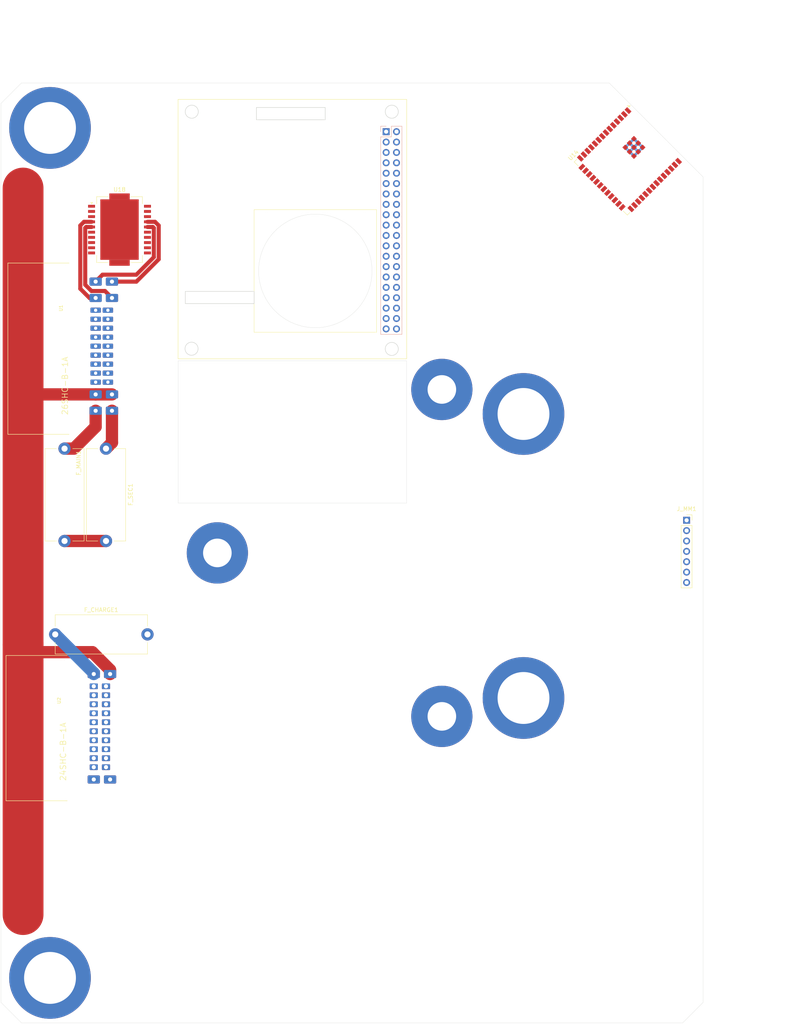
<source format=kicad_pcb>
(kicad_pcb (version 20241229) (generator "pcbnew") (generator_version "9.0")
  (layers (0 "F.Cu" signal) (2 "B.Cu" signal) (13 "F.Paste" user) (15 "B.Paste" user) (5 "F.SilkS" user "F.Silkscreen") (7 "B.SilkS" user "B.Silkscreen") (1 "F.Mask" user) (3 "B.Mask" user) (25 "Edge.Cuts" user))
  (net 0 "")
  (net 1 "GNDPWR")
  (net 2 "U_55")
  (net 3 "GNDD")
  (net 4 "Net-(U2-P$11)")
  (net 5 "GND")
  (net 6 "CAM_PCLK")
  (net 7 "VCC_STBY")
  (net 8 "Net-(U2-P$12)")
  (net 9 "UB")
  (net 10 "U_CHARGE")
  (net 11 "MM_N")
  (net 12 "MM_P")
  (net 13 "Net-(D19-A)")
  (net 14 "U5SW")
  (net 15 "MR_N")
  (net 16 "ML_N")
  (net 17 "ML_P")
  (net 18 "Net-(U2-P$1)")
  (net 19 "Net-(U1-P$25)")
  (net 20 "Net-(U1-P$26)")
  (net 51 "Net-(J_B1-Pin_1)")
  (net 52 "Net-(J_B2-Pin_1)")
  (net 53 "Net-(J_B3-Pin_1)")
  (net 54 "Net-(J_B4-Pin_1)")
  (net 55 "Net-(J_B5-Pin_1)")
  (net 56 "Net-(J_B6-Pin_1)")
  (net 57 "Net-(J_B7-Pin_1)")
  (net 58 "Net-(U1-P$22)")
  (net 59 "Net-(U1-P$21)")
  (net 60 "BUS_SCL")
  (net 61 "BUS_SDA")
  (net 62 "USB_DP")
  (net 63 "USB_DN")
  (net 64 "QENC_L_B")
  (net 65 "Net-(U14-SPIIO6{slash}GPIO35{slash}FSPID{slash}SUBSPID)")
  (net 66 "Net-(U14-SPIIO7{slash}GPIO36{slash}FSPICLK{slash}SUBSPICLK)")
  (net 67 "Net-(U14-SPIDQS{slash}GPIO37{slash}FSPIQ{slash}SUBSPIQ)")
  (net 68 "CAM_SDA")
  (net 69 "QENC_L_A")
  (net 70 "ESP32_BOOT")
  (net 71 "ESP32_RESET")
  (net 72 "QENC_R_B")
  (net 73 "QENC_R_A")
  (net 74 "Net-(JP12-A)")
  (net 75 "Net-(JP19-A)")
  (net 76 "Net-(JP18-A)")
  (net 77 "Net-(JP16-A)")
  (net 78 "MR_P")
  (net 79 "Net-(JP17-A)")
  (net 80 "Net-(JP14-A)")
  (net 81 "Net-(JP20-A)")
  (net 82 "Net-(JP13-A)")
  (net 83 "CONTACT_R")
  (net 84 "BUMPER_BACK")
  (net 85 "STOPSW_1")
  (net 86 "BUMPER_RIGHt")
  (net 87 "CONTACT_L")
  (net 88 "STOPSW_2")
  (net 89 "BUMPER_FRONT")
  (net 90 "BUMPER_LEFT")
  (net 91 "CAM_D0")
  (net 92 "COIL_ADC_L")
  (net 93 "GPS_TXD")
  (net 94 "UART_RXD")
  (net 95 "CAM_D4")
  (net 96 "CAM_D3")
  (net 97 "CAM_VREF")
  (net 98 "COIL_ADC_R")
  (net 99 "Net-(JP7-C)")
  (net 100 "M_L_ENC2")
  (net 101 "CAM_D7")
  (net 102 "CAM_HREF")
  (net 103 "CAM_XCLK")
  (net 104 "GPS_RXD")
  (net 105 "M_R_ENC1")
  (net 106 "CAM_D1")
  (net 107 "UART_TXD")
  (net 108 "M_R_A")
  (net 109 "CAM_D5")
  (net 110 "M_R_B")
  (net 111 "CAM_D6")
  (net 112 "M_L_ENC1")
  (net 113 "M_R_ENC2")
  (net 114 "CAM_D2")
  (net 115 "M_L_B")
  (net 116 "M_L_A")
  (net 117 "U_DRIVE")
  (net 118 "+3.3V")
  (net 119 "MM_PWM")
  (net 120 "MM_INA")
  (net 121 "Net-(J_MM1-Pin_4)")
  (net 122 "MM_INB")
  (net 123 "MM_EN")
  (net 124 "Net-(U18-SENSE_A)")
  (net 125 "Net-(U18-SENSE_B)")
  (net 126 "Net-(U18-EnB)")
  (net 127 "Net-(U18-IN4)")
  (net 128 "Net-(U18-IN3)")
  (net 129 "Net-(U18-EnA)")
  (net 130 "Net-(U18-IN2)")
  (net 131 "Net-(U18-IN1)")
  (net 132 "Net-(U1-P$23)")
  (footprint "Fuse:Fuseholder_Cylinder-5x20mm_Stelvio-Kontek_PTF78_Horizontal_Open" (layer "F.Cu") (at 45.72 109.48 -90)
    (property "Reference" "F_SEC1" (at 11.25 -6 90) (layer "F.SilkS"))
    (property "Value" "6A")
    (fp_line (start 0 4.8) (end 22.6 4.8) (stroke (width 0.12)) (layer "F.SilkS"))
    (fp_line (start 0 4.8) (end 0 2) (stroke (width 0.12)) (layer "F.SilkS"))
    (fp_line (start 22.6 4.8) (end 22.6 2) (stroke (width 0.12)) (layer "F.SilkS"))
    (fp_line (start 0 -2) (end 0 -4.8) (stroke (width 0.12)) (layer "F.SilkS"))
    (fp_line (start 22.6 -2) (end 22.6 -4.8) (stroke (width 0.12)) (layer "F.SilkS"))
    (fp_line (start 0 -4.8) (end 22.6 -4.8) (stroke (width 0.12)) (layer "F.SilkS"))
    (pad "1" thru_hole circle (at 0 0 270) (size 3 3) (drill 1.5) (layers "*.Cu" "*.Mask") (net 20 "Net-(U1-P$26)"))
    (pad "2" thru_hole circle (at 22.6 0 270) (size 3 3) (drill 1.5) (layers "*.Cu" "*.Mask") (net 9 "UB"))
  )
  (footprint "Fuse:Fuseholder_Cylinder-5x20mm_Stelvio-Kontek_PTF78_Horizontal_Open" (layer "F.Cu") (at 35.56 109.48 -90)
    (property "Reference" "F_MAIN1" (at 3.52 -3.44 90) (layer "F.SilkS"))
    (property "Value" "6A")
    (fp_line (start 0 4.8) (end 22.6 4.8) (stroke (width 0.12)) (layer "F.SilkS"))
    (fp_line (start 0 4.8) (end 0 2) (stroke (width 0.12)) (layer "F.SilkS"))
    (fp_line (start 22.6 4.8) (end 22.6 2) (stroke (width 0.12)) (layer "F.SilkS"))
    (fp_line (start 0 -2) (end 0 -4.8) (stroke (width 0.12)) (layer "F.SilkS"))
    (fp_line (start 22.6 -2) (end 22.6 -4.8) (stroke (width 0.12)) (layer "F.SilkS"))
    (fp_line (start 0 -4.8) (end 22.6 -4.8) (stroke (width 0.12)) (layer "F.SilkS"))
    (pad "1" thru_hole circle (at 0 0 270) (size 3 3) (drill 1.5) (layers "*.Cu" "*.Mask") (net 19 "Net-(U1-P$25)"))
    (pad "2" thru_hole circle (at 22.6 0 270) (size 3 3) (drill 1.5) (layers "*.Cu" "*.Mask") (net 9 "UB"))
  )
  (footprint "RF_Module:ESP32-S3-WROOM-2" (layer "F.Cu") (at 176.075965 36.667365 -45)
    (property "Reference" "U14" (at -10.5 13.5 45) (layer "F.SilkS") (effects (justify left)))
    (property "Value" "ESP32-S3-WROOM-2 (-1)")
    (fp_line (start -9.2 12.95) (end -9.2 12) (stroke (width 0.12)) (layer "F.SilkS"))
    (fp_line (start -7.8 12.95) (end -9.2 12.95) (stroke (width 0.12)) (layer "F.SilkS"))
    (fp_line (start 7.8 12.95) (end 9.2 12.95) (stroke (width 0.12)) (layer "F.SilkS"))
    (fp_line (start 9.2 12.95) (end 9.2 12) (stroke (width 0.12)) (layer "F.SilkS"))
    (fp_poly (pts (xy -9.2 -6) (xy -9.7 -6) (xy -9.199999 -6.5) (xy -9.2 -6)) (stroke (width 0.12)) (fill yes) (layer "F.SilkS"))
    (pad "1" smd rect (at -8.75 -5.26 315) (size 1.5 0.9) (layers "F.Cu" "F.Mask" "F.Paste") (net 5 "GND"))
    (pad "2" smd rect (at -8.75 -3.99 315) (size 1.5 0.9) (layers "F.Cu" "F.Mask" "F.Paste") (net 7 "VCC_STBY"))
    (pad "3" smd rect (at -8.75 -2.72 315) (size 1.5 0.9) (layers "F.Cu" "F.Mask" "F.Paste") (net 71 "ESP32_RESET"))
    (pad "4" smd rect (at -8.75 -1.45 315) (size 1.5 0.9) (layers "F.Cu" "F.Mask" "F.Paste") (net 68 "CAM_SDA"))
    (pad "5" smd rect (at -8.75 -0.18 315) (size 1.5 0.9) (layers "F.Cu" "F.Mask" "F.Paste") (net 92 "COIL_ADC_L"))
    (pad "6" smd rect (at -8.75 1.09 315) (size 1.5 0.9) (layers "F.Cu" "F.Mask" "F.Paste") (net 98 "COIL_ADC_R"))
    (pad "7" smd rect (at -8.75 2.36 315) (size 1.5 0.9) (layers "F.Cu" "F.Mask" "F.Paste") (net 116 "M_L_A"))
    (pad "8" smd rect (at -8.75 3.63 315) (size 1.5 0.9) (layers "F.Cu" "F.Mask" "F.Paste") (net 60 "BUS_SCL"))
    (pad "9" smd rect (at -8.75 4.9 315) (size 1.5 0.9) (layers "F.Cu" "F.Mask" "F.Paste") (net 61 "BUS_SDA"))
    (pad "10" smd rect (at -8.75 6.17 315) (size 1.5 0.9) (layers "F.Cu" "F.Mask" "F.Paste") (net 93 "GPS_TXD"))
    (pad "11" smd rect (at -8.75 7.44 315) (size 1.5 0.9) (layers "F.Cu" "F.Mask" "F.Paste") (net 104 "GPS_RXD"))
    (pad "12" smd rect (at -8.75 8.71 315) (size 1.5 0.9) (layers "F.Cu" "F.Mask" "F.Paste") (net 115 "M_L_B"))
    (pad "13" smd rect (at -8.75 9.98 315) (size 1.5 0.9) (layers "F.Cu" "F.Mask" "F.Paste") (net 63 "USB_DN"))
    (pad "14" smd rect (at -8.75 11.25 315) (size 1.5 0.9) (layers "F.Cu" "F.Mask" "F.Paste") (net 62 "USB_DP"))
    (pad "15" smd rect (at -6.985 12.5 45) (size 1.5 0.9) (layers "F.Cu" "F.Mask" "F.Paste") (net 99 "Net-(JP7-C)"))
    (pad "16" smd rect (at -5.715 12.5 45) (size 1.5 0.9) (layers "F.Cu" "F.Mask" "F.Paste") (net 103 "CAM_XCLK"))
    (pad "17" smd rect (at -4.445 12.5 45) (size 1.5 0.9) (layers "F.Cu" "F.Mask" "F.Paste") (net 112 "M_L_ENC1"))
    (pad "18" smd rect (at -3.175 12.5 45) (size 1.5 0.9) (layers "F.Cu" "F.Mask" "F.Paste") (net 100 "M_L_ENC2"))
    (pad "19" smd rect (at -1.905 12.5 45) (size 1.5 0.9) (layers "F.Cu" "F.Mask" "F.Paste") (net 108 "M_R_A"))
    (pad "20" smd rect (at -0.635 12.5 45) (size 1.5 0.9) (layers "F.Cu" "F.Mask" "F.Paste") (net 110 "M_R_B"))
    (pad "21" smd rect (at 0.635 12.5 45) (size 1.5 0.9) (layers "F.Cu" "F.Mask" "F.Paste") (net 105 "M_R_ENC1"))
    (pad "22" smd rect (at 1.905 12.5 45) (size 1.5 0.9) (layers "F.Cu" "F.Mask" "F.Paste") (net 113 "M_R_ENC2"))
    (pad "23" smd rect (at 3.175 12.5 45) (size 1.5 0.9) (layers "F.Cu" "F.Mask" "F.Paste") (net 91 "CAM_D0"))
    (pad "24" smd rect (at 4.445 12.5 45) (size 1.5 0.9) (layers "F.Cu" "F.Mask" "F.Paste") (net 97 "CAM_VREF"))
    (pad "25" smd rect (at 5.715 12.5 45) (size 1.5 0.9) (layers "F.Cu" "F.Mask" "F.Paste") (net 102 "CAM_HREF"))
    (pad "26" smd rect (at 6.985 12.5 45) (size 1.5 0.9) (layers "F.Cu" "F.Mask" "F.Paste") (net 6 "CAM_PCLK"))
    (pad "27" smd rect (at 8.75 11.25 315) (size 1.5 0.9) (layers "F.Cu" "F.Mask" "F.Paste") (net 70 "ESP32_BOOT"))
    (pad "28" smd rect (at 8.75 9.98 315) (size 1.5 0.9) (layers "F.Cu" "F.Mask" "F.Paste") (net 65 "Net-(U14-SPIIO6{slash}GPIO35{slash}FSPID{slash}SUBSPID)"))
    (pad "29" smd rect (at 8.75 8.71 315) (size 1.5 0.9) (layers "F.Cu" "F.Mask" "F.Paste") (net 66 "Net-(U14-SPIIO7{slash}GPIO36{slash}FSPICLK{slash}SUBSPICLK)"))
    (pad "30" smd rect (at 8.75 7.44 315) (size 1.5 0.9) (layers "F.Cu" "F.Mask" "F.Paste") (net 67 "Net-(U14-SPIDQS{slash}GPIO37{slash}FSPIQ{slash}SUBSPIQ)"))
    (pad "31" smd rect (at 8.75 6.17 315) (size 1.5 0.9) (layers "F.Cu" "F.Mask" "F.Paste") (net 101 "CAM_D7"))
    (pad "32" smd rect (at 8.75 4.9 315) (size 1.5 0.9) (layers "F.Cu" "F.Mask" "F.Paste") (net 111 "CAM_D6"))
    (pad "33" smd rect (at 8.75 3.63 315) (size 1.5 0.9) (layers "F.Cu" "F.Mask" "F.Paste") (net 109 "CAM_D5"))
    (pad "34" smd rect (at 8.75 2.36 315) (size 1.5 0.9) (layers "F.Cu" "F.Mask" "F.Paste") (net 95 "CAM_D4"))
    (pad "35" smd rect (at 8.75 1.09 315) (size 1.5 0.9) (layers "F.Cu" "F.Mask" "F.Paste") (net 96 "CAM_D3"))
    (pad "36" smd rect (at 8.75 -0.18 315) (size 1.5 0.9) (layers "F.Cu" "F.Mask" "F.Paste") (net 94 "UART_RXD"))
    (pad "37" smd rect (at 8.75 -1.45 315) (size 1.5 0.9) (layers "F.Cu" "F.Mask" "F.Paste") (net 107 "UART_TXD"))
    (pad "38" smd rect (at 8.75 -2.72 315) (size 1.5 0.9) (layers "F.Cu" "F.Mask" "F.Paste") (net 114 "CAM_D2"))
    (pad "39" smd rect (at 8.75 -3.99 315) (size 1.5 0.9) (layers "F.Cu" "F.Mask" "F.Paste") (net 106 "CAM_D1"))
    (pad "40" smd rect (at 8.75 -5.26 315) (size 1.5 0.9) (layers "F.Cu" "F.Mask" "F.Paste") (net 5 "GND"))
    (pad "41" smd rect (at -2.86 -1.41 315) (size 1 1) (property pad_prop_heatsink) (layers "F.Cu" "F.Mask" "F.Paste") (net 5 "GND"))
    (pad "41" thru_hole circle (at -2.86 -0.66 315) (size 0.6 0.6) (drill 0.2) (property pad_prop_heatsink) (layers "*.Cu" "*.Mask") (net 5 "GND"))
    (pad "41" smd rect (at -2.86 0.09 315) (size 1 1) (property pad_prop_heatsink) (layers "F.Cu" "F.Mask" "F.Paste") (net 5 "GND"))
    (pad "41" thru_hole circle (at -2.86 0.84 315) (size 0.6 0.6) (drill 0.2) (property pad_prop_heatsink) (layers "*.Cu" "*.Mask") (net 5 "GND"))
    (pad "41" smd rect (at -2.86 1.59 315) (size 1 1) (property pad_prop_heatsink) (layers "F.Cu" "F.Mask" "F.Paste") (net 5 "GND"))
    (pad "41" thru_hole circle (at -2.11 -1.41 315) (size 0.6 0.6) (drill 0.2) (property pad_prop_heatsink) (layers "*.Cu" "*.Mask") (net 5 "GND"))
    (pad "41" thru_hole circle (at -2.11 0.09 315) (size 0.6 0.6) (drill 0.2) (property pad_prop_heatsink) (layers "*.Cu" "*.Mask") (net 5 "GND"))
    (pad "41" thru_hole circle (at -2.11 1.59 315) (size 0.6 0.6) (drill 0.2) (property pad_prop_heatsink) (layers "*.Cu" "*.Mask") (net 5 "GND"))
    (pad "41" smd rect (at -1.36 -1.41 315) (size 1 1) (property pad_prop_heatsink) (layers "F.Cu" "F.Mask" "F.Paste") (net 5 "GND"))
    (pad "41" thru_hole circle (at -1.36 -0.66 315) (size 0.6 0.6) (drill 0.2) (property pad_prop_heatsink) (layers "*.Cu" "*.Mask") (net 5 "GND"))
    (pad "41" smd rect (at -1.36 0.09 315) (size 1 1) (property pad_prop_heatsink) (layers "F.Cu" "F.Mask" "F.Paste") (net 5 "GND"))
    (pad "41" thru_hole circle (at -1.36 0.84 315) (size 0.6 0.6) (drill 0.2) (property pad_prop_heatsink) (layers "*.Cu" "*.Mask") (net 5 "GND"))
    (pad "41" smd rect (at -1.36 1.59 315) (size 1 1) (property pad_prop_heatsink) (layers "F.Cu" "F.Mask" "F.Paste") (net 5 "GND"))
    (pad "41" thru_hole circle (at -0.610001 -1.41 315) (size 0.6 0.6) (drill 0.2) (property pad_prop_heatsink) (layers "*.Cu" "*.Mask") (net 5 "GND"))
    (pad "41" thru_hole circle (at -0.610001 0.09 315) (size 0.6 0.6) (drill 0.2) (property pad_prop_heatsink) (layers "*.Cu" "*.Mask") (net 5 "GND"))
    (pad "41" thru_hole circle (at -0.61 1.59 315) (size 0.6 0.6) (drill 0.2) (property pad_prop_heatsink) (layers "*.Cu" "*.Mask") (net 5 "GND"))
    (pad "41" thru_hole circle (at 0.139999 -0.66 315) (size 0.6 0.6) (drill 0.2) (property pad_prop_heatsink) (layers "*.Cu" "*.Mask") (net 5 "GND"))
    (pad "41" smd rect (at 0.14 -1.410001 315) (size 1 1) (property pad_prop_heatsink) (layers "F.Cu" "F.Mask" "F.Paste") (net 5 "GND"))
    (pad "41" smd rect (at 0.14 0.090001 315) (size 1 1) (property pad_prop_heatsink) (layers "F.Cu" "F.Mask" "F.Paste") (net 5 "GND"))
    (pad "41" thru_hole circle (at 0.14 0.84 315) (size 0.6 0.6) (drill 0.2) (property pad_prop_heatsink) (layers "*.Cu" "*.Mask") (net 5 "GND"))
    (pad "41" smd rect (at 0.14 1.59 315) (size 1 1) (property pad_prop_heatsink) (layers "F.Cu" "F.Mask" "F.Paste") (net 5 "GND"))
  )
  (footprint "MountingHole:MountingHole_3.2mm_M3" (layer "F.Cu") (at 109 78)
    (property "Reference" "REF**" (hide yes))
    (property "Value" "MountingHole_3.2mm_M3" (hide yes))
    (pad "" np_thru_hole circle (at 0 0) (size 3.2 3.2) (drill 3.2) (layers "*.Cu" "*.Mask"))
  )
  (footprint "MountingHole:MountingHole_3.2mm_M3" (layer "F.Cu") (at 85 54)
    (property "Reference" "REF**" (hide yes))
    (property "Value" "MountingHole_3.2mm_M3" (hide yes))
    (pad "" np_thru_hole circle (at 0 0) (size 3.2 3.2) (drill 3.2) (layers "*.Cu" "*.Mask"))
  )
  (footprint "Indego:MainPCB" (layer "F.Cu") (at 106 135 -90)
    (property "Reference" "REF**" (hide yes))
    (property "Value" "MainPCB" (hide yes))
    (fp_line (start -110 86) (end -115 81) (stroke (width 0.05)) (layer "Edge.Cuts"))
    (fp_line (start 110 86) (end -110 86) (stroke (width 0.05)) (layer "Edge.Cuts"))
    (fp_line (start -115 81) (end -115 -31) (stroke (width 0.05)) (layer "Edge.Cuts"))
    (fp_line (start 115 81) (end 110 86) (stroke (width 0.05)) (layer "Edge.Cuts"))
    (fp_line (start -115 -31) (end -115 -49) (stroke (width 0.05)) (layer "Edge.Cuts"))
    (fp_line (start -115 -63) (end -115 -49) (stroke (width 0.05)) (layer "Edge.Cuts"))
    (fp_line (start 115 -81) (end 115 81) (stroke (width 0.05)) (layer "Edge.Cuts"))
    (fp_line (start -92 -86) (end -115 -63) (stroke (width 0.05)) (layer "Edge.Cuts"))
    (fp_line (start -92 -86) (end -88 -86) (stroke (width 0.05)) (layer "Edge.Cuts"))
    (fp_line (start -88 -86) (end 110 -86) (stroke (width 0.05)) (layer "Edge.Cuts"))
    (fp_line (start 110 -86) (end 115 -81) (stroke (width 0.05)) (layer "Edge.Cuts"))
    (pad "" np_thru_hole circle (at -104 74 90) (size 20 20) (drill 12.7) (layers "*.Cu"))
    (pad "" np_thru_hole circle (at -40 -22 90) (size 15 15) (drill 7) (layers "*.Cu" "*.Mask"))
    (pad "" np_thru_hole circle (at -34 -42 90) (size 20 20) (drill 12.7) (layers "*.Cu" "*.Mask"))
    (pad "" np_thru_hole circle (at 0 33 90) (size 15 15) (drill 7) (layers "*.Cu" "*.Mask"))
    (pad "" np_thru_hole circle (at 35.5 -42 90) (size 20 20) (drill 12.7) (layers "*.Cu" "*.Mask"))
    (pad "" np_thru_hole circle (at 40 -22 90) (size 15 15) (drill 7) (layers "*.Cu" "*.Mask"))
    (pad "" np_thru_hole circle (at 104 74 90) (size 20 20) (drill 12.7) (layers "*.Cu" "*.Mask"))
  )
  (footprint "Connector_PinSocket_2.54mm:PinSocket_1x07_P2.54mm_Vertical" (layer "F.Cu") (at 187.96 127)
    (property "Reference" "J_MM1" (at 0 -2.77 0) (layer "F.SilkS"))
    (property "Value" "~")
    (fp_line (start -1.33 1.27) (end -1.33 16.57) (stroke (width 0.12)) (layer "F.SilkS"))
    (fp_line (start -1.33 1.27) (end 1.33 1.27) (stroke (width 0.12)) (layer "F.SilkS"))
    (fp_line (start -1.33 16.57) (end 1.33 16.57) (stroke (width 0.12)) (layer "F.SilkS"))
    (fp_line (start 0 -1.33) (end 1.33 -1.33) (stroke (width 0.12)) (layer "F.SilkS"))
    (fp_line (start 1.33 -1.33) (end 1.33 0) (stroke (width 0.12)) (layer "F.SilkS"))
    (fp_line (start 1.33 1.27) (end 1.33 16.57) (stroke (width 0.12)) (layer "F.SilkS"))
    (pad "1" thru_hole rect (at 0 0) (size 1.7 1.7) (drill 1) (layers "*.Cu" "*.Mask") (net 119 "MM_PWM"))
    (pad "2" thru_hole circle (at 0 2.54) (size 1.7 1.7) (drill 1) (layers "*.Cu" "*.Mask") (net 122 "MM_INB"))
    (pad "3" thru_hole circle (at 0 5.08) (size 1.7 1.7) (drill 1) (layers "*.Cu" "*.Mask") (net 120 "MM_INA"))
    (pad "4" thru_hole circle (at 0 7.62) (size 1.7 1.7) (drill 1) (layers "*.Cu" "*.Mask") (net 121 "Net-(J_MM1-Pin_4)"))
    (pad "5" thru_hole circle (at 0 10.16) (size 1.7 1.7) (drill 1) (layers "*.Cu" "*.Mask") (net 123 "MM_EN"))
    (pad "6" thru_hole circle (at 0 12.7) (size 1.7 1.7) (drill 1) (layers "*.Cu" "*.Mask") (net 3 "GNDD"))
    (pad "7" thru_hole circle (at 0 15.24) (size 1.7 1.7) (drill 1) (layers "*.Cu" "*.Mask") (net 118 "+3.3V"))
  )
  (footprint "MountingHole:MountingHole_3.2mm_M3" (layer "F.Cu") (at 85 78)
    (property "Reference" "REF**" (hide yes))
    (property "Value" "MountingHole_3.2mm_M3" (hide yes))
    (pad "" np_thru_hole circle (at 0 0) (size 3.2 3.2) (drill 3.2) (layers "*.Cu" "*.Mask"))
  )
  (footprint "24SHC-B-1A:24SHC-B-1A" (layer "F.Cu") (at 36.22 162.64 90)
    (property "Reference" "U2" (at -8.5 -2 90) (layer "F.SilkS") (effects (font (size 0.787402 0.787402))))
    (property "Value" "24SHC-B-1A")
    (fp_line (start 2.54 -15) (end 2.54 0) (stroke (width 0.127)) (layer "F.SilkS"))
    (fp_line (start -33.02 -15) (end 2.54 -15) (stroke (width 0.127)) (layer "F.SilkS"))
    (fp_line (start -33.02 0) (end -33.02 -15) (stroke (width 0.127)) (layer "F.SilkS"))
    (fp_text user "24SHC-B-1A" (at -21 -1 90) (layer "F.SilkS") (effects (font (size 1.4 1.4))))
    (pad "" np_thru_hole circle (at -29.8 0 90) (size 3.2 3.2) (drill 3.2) (layers "*.Cu" "*.Mask"))
    (pad "" np_thru_hole circle (at 0 0 90) (size 3.2 3.2) (drill 3.2) (layers "*.Cu" "*.Mask"))
    (pad "P$2" thru_hole roundrect (at -2 6.5 90) (size 2 3) (drill 1) (layers "*.Cu" "*.Mask") (roundrect_rratio 0.1388888889) (net 18 "Net-(U2-P$1)"))
    (pad "P$3" thru_hole roundrect (at -2 10.5 90) (size 2 3) (drill 1) (layers "*.Cu" "*.Mask") (roundrect_rratio 0.1388888889) (net 1 "GNDPWR"))
    (pad "P$4" thru_hole roundrect (at -5 6.5 90) (size 1.4 2) (drill 1) (layers "*.Cu" "*.Mask") (roundrect_rratio 0.1388888889) (net 13 "Net-(D19-A)"))
    (pad "P$5" thru_hole roundrect (at -5 9.5 90) (size 1.4 2) (drill 1) (layers "*.Cu" "*.Mask") (roundrect_rratio 0.1388888889) (net 51 "Net-(J_B1-Pin_1)"))
    (pad "P$6" thru_hole roundrect (at -7.2 6.5 90) (size 1.4 2) (drill 1) (layers "*.Cu" "*.Mask") (roundrect_rratio 0.1388888889) (net 84 "BUMPER_BACK"))
    (pad "P$7" thru_hole roundrect (at -7.2 9.5 90) (size 1.4 2) (drill 1) (layers "*.Cu" "*.Mask") (roundrect_rratio 0.1388888889) (net 90 "BUMPER_LEFT"))
    (pad "P$8" thru_hole roundrect (at -9.4 6.5 90) (size 1.4 2) (drill 1) (layers "*.Cu" "*.Mask") (roundrect_rratio 0.1388888889) (net 89 "BUMPER_FRONT"))
    (pad "P$9" thru_hole roundrect (at -9.4 9.5 90) (size 1.4 2) (drill 1) (layers "*.Cu" "*.Mask") (roundrect_rratio 0.1388888889) (net 86 "BUMPER_RIGHt"))
    (pad "P$10" thru_hole roundrect (at -11.6 6.5 90) (size 1.4 2) (drill 1) (layers "*.Cu" "*.Mask") (roundrect_rratio 0.1388888889) (net 52 "Net-(J_B2-Pin_1)"))
    (pad "P$11" thru_hole roundrect (at -11.6 9.5 90) (size 1.4 2) (drill 1) (layers "*.Cu" "*.Mask") (roundrect_rratio 0.1388888889) (net 53 "Net-(J_B3-Pin_1)"))
    (pad "P$12" thru_hole roundrect (at -13.8 6.5 90) (size 1.4 2) (drill 1) (layers "*.Cu" "*.Mask") (roundrect_rratio 0.1388888889) (net 4 "Net-(U2-P$11)"))
    (pad "P$13" thru_hole roundrect (at -13.8 9.5 90) (size 1.4 2) (drill 1) (layers "*.Cu" "*.Mask") (roundrect_rratio 0.1388888889) (net 8 "Net-(U2-P$12)"))
    (pad "P$14" thru_hole roundrect (at -16 6.5 90) (size 1.4 2) (drill 1) (layers "*.Cu" "*.Mask") (roundrect_rratio 0.1388888889) (net 54 "Net-(J_B4-Pin_1)"))
    (pad "P$15" thru_hole roundrect (at -16 9.5 90) (size 1.4 2) (drill 1) (layers "*.Cu" "*.Mask") (roundrect_rratio 0.1388888889) (net 55 "Net-(J_B5-Pin_1)"))
    (pad "P$16" thru_hole roundrect (at -18.2 6.5 90) (size 1.4 2) (drill 1) (layers "*.Cu" "*.Mask") (roundrect_rratio 0.1388888889) (net 87 "CONTACT_L"))
    (pad "P$17" thru_hole roundrect (at -18.2 9.5 90) (size 1.4 2) (drill 1) (layers "*.Cu" "*.Mask") (roundrect_rratio 0.1388888889) (net 83 "CONTACT_R"))
    (pad "P$18" thru_hole roundrect (at -20.4 6.5 90) (size 1.4 2) (drill 1) (layers "*.Cu" "*.Mask") (roundrect_rratio 0.1388888889) (net 85 "STOPSW_1"))
    (pad "P$19" thru_hole roundrect (at -20.4 9.5 90) (size 1.4 2) (drill 1) (layers "*.Cu" "*.Mask") (roundrect_rratio 0.1388888889) (net 88 "STOPSW_2"))
    (pad "P$20" thru_hole roundrect (at -22.6 6.5 90) (size 1.4 2) (drill 1) (layers "*.Cu" "*.Mask") (roundrect_rratio 0.1388888889) (net 14 "U5SW"))
    (pad "P$21" thru_hole roundrect (at -22.6 9.5 90) (size 1.4 2) (drill 1) (layers "*.Cu" "*.Mask") (roundrect_rratio 0.1388888889) (net 3 "GNDD"))
    (pad "P$22" thru_hole roundrect (at -24.8 6.5 90) (size 1.4 2) (drill 1) (layers "*.Cu" "*.Mask") (roundrect_rratio 0.1388888889) (net 56 "Net-(J_B6-Pin_1)"))
    (pad "P$23" thru_hole roundrect (at -24.8 9.5 90) (size 1.4 2) (drill 1) (layers "*.Cu" "*.Mask") (roundrect_rratio 0.1388888889) (net 57 "Net-(J_B7-Pin_1)"))
    (pad "P$24" thru_hole roundrect (at -27.8 6.5 90) (size 2 3) (drill 1) (layers "*.Cu" "*.Mask") (roundrect_rratio 0.1388888889) (net 12 "MM_P"))
    (pad "P$25" thru_hole roundrect (at -27.8 10.5 90) (size 2 3) (drill 1) (layers "*.Cu" "*.Mask") (roundrect_rratio 0.1388888889) (net 11 "MM_N"))
  )
  (footprint "Package_SO:HSOP-20-1EP_11.0x15.9mm_P1.27mm_SlugDown" (layer "F.Cu") (at 49.03 55.88)
    (property "Reference" "U18" (at 0 -9.8 0) (layer "F.SilkS"))
    (property "Value" "L298P")
    (fp_line (start -5.6 -8.05) (end -5.6 -6.3) (stroke (width 0.12)) (layer "F.SilkS"))
    (fp_line (start -5.6 8.05) (end -5.6 6.3) (stroke (width 0.12)) (layer "F.SilkS"))
    (fp_line (start -2.75 -8.05) (end -5.6 -8.05) (stroke (width 0.12)) (layer "F.SilkS"))
    (fp_line (start -2.75 8.05) (end -5.6 8.05) (stroke (width 0.12)) (layer "F.SilkS"))
    (fp_line (start 5.6 -8.05) (end 2.75 -8.05) (stroke (width 0.12)) (layer "F.SilkS"))
    (fp_line (start 5.6 -8.05) (end 5.6 -6.3) (stroke (width 0.12)) (layer "F.SilkS"))
    (fp_line (start 5.6 8.05) (end 2.75 8.05) (stroke (width 0.12)) (layer "F.SilkS"))
    (fp_line (start 5.6 8.05) (end 5.6 6.3) (stroke (width 0.12)) (layer "F.SilkS"))
    (fp_poly (pts (xy -6.825 -6.3) (xy -7.065 -6.63) (xy -6.585 -6.63) (xy -6.825 -6.3)) (stroke (width 0.12)) (fill yes) (layer "F.SilkS"))
    (pad "1" smd rect (at -6.85 -5.715) (size 1.7 0.7) (layers "F.Cu" "F.Mask" "F.Paste") (net 1 "GNDPWR"))
    (pad "2" smd rect (at -6.85 -4.445) (size 1.7 0.7) (layers "F.Cu" "F.Mask" "F.Paste") (net 124 "Net-(U18-SENSE_A)"))
    (pad "3" smd rect (at -6.85 -3.175) (size 1.7 0.7) (layers "F.Cu" "F.Mask" "F.Paste"))
    (pad "4" smd rect (at -6.85 -1.905) (size 1.7 0.7) (layers "F.Cu" "F.Mask" "F.Paste") (net 17 "ML_P"))
    (pad "5" smd rect (at -6.85 -0.635) (size 1.7 0.7) (layers "F.Cu" "F.Mask" "F.Paste") (net 16 "ML_N"))
    (pad "6" smd rect (at -6.85 0.635) (size 1.7 0.7) (layers "F.Cu" "F.Mask" "F.Paste") (net 117 "U_DRIVE"))
    (pad "7" smd rect (at -6.85 1.905) (size 1.7 0.7) (layers "F.Cu" "F.Mask" "F.Paste") (net 131 "Net-(U18-IN1)"))
    (pad "8" smd rect (at -6.85 3.175) (size 1.7 0.7) (layers "F.Cu" "F.Mask" "F.Paste") (net 129 "Net-(U18-EnA)"))
    (pad "9" smd rect (at -6.85 4.445) (size 1.7 0.7) (layers "F.Cu" "F.Mask" "F.Paste") (net 130 "Net-(U18-IN2)"))
    (pad "10" smd rect (at -6.85 5.715) (size 1.7 0.7) (layers "F.Cu" "F.Mask" "F.Paste") (net 1 "GNDPWR"))
    (pad "11" smd rect (at 6.85 5.715) (size 1.7 0.7) (layers "F.Cu" "F.Mask" "F.Paste") (net 1 "GNDPWR"))
    (pad "12" smd rect (at 6.85 4.445) (size 1.7 0.7) (layers "F.Cu" "F.Mask" "F.Paste") (net 118 "+3.3V"))
    (pad "13" smd rect (at 6.85 3.175) (size 1.7 0.7) (layers "F.Cu" "F.Mask" "F.Paste") (net 128 "Net-(U18-IN3)"))
    (pad "14" smd rect (at 6.85 1.905) (size 1.7 0.7) (layers "F.Cu" "F.Mask" "F.Paste") (net 126 "Net-(U18-EnB)"))
    (pad "15" smd rect (at 6.85 0.635) (size 1.7 0.7) (layers "F.Cu" "F.Mask" "F.Paste") (net 127 "Net-(U18-IN4)"))
    (pad "16" smd rect (at 6.85 -0.635) (size 1.7 0.7) (layers "F.Cu" "F.Mask" "F.Paste") (net 78 "MR_P"))
    (pad "17" smd rect (at 6.85 -1.905) (size 1.7 0.7) (layers "F.Cu" "F.Mask" "F.Paste") (net 15 "MR_N"))
    (pad "18" smd rect (at 6.85 -3.175) (size 1.7 0.7) (layers "F.Cu" "F.Mask" "F.Paste"))
    (pad "19" smd rect (at 6.85 -4.445) (size 1.7 0.7) (layers "F.Cu" "F.Mask" "F.Paste") (net 125 "Net-(U18-SENSE_B)"))
    (pad "20" smd rect (at 6.85 -5.715) (size 1.7 0.7) (layers "F.Cu" "F.Mask" "F.Paste") (net 1 "GNDPWR"))
    (pad "21" smd rect (at 0 -8.125) (size 5 1.45) (layers "F.Cu" "F.Mask" "F.Paste"))
    (pad "21" smd rect (at 0 0) (size 9.4 14.8) (layers "F.Cu" "F.Mask" "F.Paste"))
    (pad "21" smd rect (at 0 8.125) (size 5 1.45) (layers "F.Cu" "F.Mask" "F.Paste"))
  )
  (footprint "Fuse:Fuseholder_Cylinder-5x20mm_Stelvio-Kontek_PTF78_Horizontal_Open" (layer "F.Cu") (at 33.28 154.94)
    (property "Reference" "F_CHARGE1" (at 11.25 -6 0) (layer "F.SilkS"))
    (property "Value" "4A")
    (fp_line (start 0 -4.8) (end 22.6 -4.8) (stroke (width 0.12)) (layer "F.SilkS"))
    (fp_line (start 0 -2) (end 0 -4.8) (stroke (width 0.12)) (layer "F.SilkS"))
    (fp_line (start 0 4.8) (end 0 2) (stroke (width 0.12)) (layer "F.SilkS"))
    (fp_line (start 0 4.8) (end 22.6 4.8) (stroke (width 0.12)) (layer "F.SilkS"))
    (fp_line (start 22.6 -2) (end 22.6 -4.8) (stroke (width 0.12)) (layer "F.SilkS"))
    (fp_line (start 22.6 4.8) (end 22.6 2) (stroke (width 0.12)) (layer "F.SilkS"))
    (pad "1" thru_hole circle (at 0 0) (size 3 3) (drill 1.5) (layers "*.Cu" "*.Mask") (net 18 "Net-(U2-P$1)"))
    (pad "2" thru_hole circle (at 22.6 0) (size 3 3) (drill 1.5) (layers "*.Cu" "*.Mask") (net 10 "U_CHARGE"))
  )
  (footprint "26SHC-B-1A:26SHC-B-1A" (layer "F.Cu") (at 36.68 66.61 90)
    (property "Reference" "U1" (at -8.5 -2 90) (layer "F.SilkS") (effects (font (size 0.787402 0.787402))))
    (property "Value" "26SHC-B-1A")
    (fp_line (start 2.54 -15) (end 2.54 0) (stroke (width 0.127)) (layer "F.SilkS"))
    (fp_line (start -39.37 -15) (end 2.54 -15) (stroke (width 0.127)) (layer "F.SilkS"))
    (fp_line (start -39.37 0) (end -39.37 -15) (stroke (width 0.127)) (layer "F.SilkS"))
    (fp_text user "26SHC-B-1A" (at -27.5 -1 90) (layer "F.SilkS") (effects (font (size 1.4 1.4))))
    (pad "" np_thru_hole circle (at -36.6 0 90) (size 3.2 3.2) (drill 3.2) (layers "*.Cu" "*.Mask"))
    (pad "" np_thru_hole circle (at 0 0 90) (size 3.2 3.2) (drill 3.2) (layers "*.Cu" "*.Mask"))
    (pad "P$2" thru_hole roundrect (at -2 6.5 270) (size 2 3) (drill 1) (layers "*.Cu" "*.Mask") (roundrect_rratio 0.15) (net 78 "MR_P"))
    (pad "P$3" thru_hole roundrect (at -2 10.5 270) (size 2 3) (drill 1) (layers "*.Cu" "*.Mask") (roundrect_rratio 0.15) (net 15 "MR_N"))
    (pad "P$4" thru_hole roundrect (at -6 6.5 270) (size 2 3) (drill 1) (layers "*.Cu" "*.Mask") (roundrect_rratio 0.15) (net 17 "ML_P"))
    (pad "P$5" thru_hole roundrect (at -6 10.5 270) (size 2 3) (drill 1) (layers "*.Cu" "*.Mask") (roundrect_rratio 0.15) (net 16 "ML_N"))
    (pad "P$6" thru_hole roundrect (at -9 6.5 180) (size 2.54 1.27) (drill 0.8) (layers "*.Cu" "*.Mask") (roundrect_rratio 0.15) (net 81 "Net-(JP20-A)"))
    (pad "P$7" thru_hole roundrect (at -9 9.5 180) (size 2.54 1.27) (drill 0.8) (layers "*.Cu" "*.Mask") (roundrect_rratio 0.15) (net 75 "Net-(JP19-A)"))
    (pad "P$8" thru_hole roundrect (at -11.2 6.5 180) (size 2.54 1.27) (drill 0.8) (layers "*.Cu" "*.Mask") (roundrect_rratio 0.15) (net 3 "GNDD"))
    (pad "P$9" thru_hole roundrect (at -11.2 9.5 180) (size 2.54 1.27) (drill 0.8) (layers "*.Cu" "*.Mask") (roundrect_rratio 0.15) (net 14 "U5SW"))
    (pad "P$10" thru_hole roundrect (at -13.4 6.5 180) (size 2.54 1.27) (drill 0.8) (layers "*.Cu" "*.Mask") (roundrect_rratio 0.15) (net 73 "QENC_R_A"))
    (pad "P$11" thru_hole roundrect (at -13.4 9.5 180) (size 2.54 1.27) (drill 0.8) (layers "*.Cu" "*.Mask") (roundrect_rratio 0.15) (net 72 "QENC_R_B"))
    (pad "P$12" thru_hole roundrect (at -15.6 6.5 180) (size 2.54 1.27) (drill 0.8) (layers "*.Cu" "*.Mask") (roundrect_rratio 0.15) (net 69 "QENC_L_A"))
    (pad "P$13" thru_hole roundrect (at -15.6 9.5 180) (size 2.54 1.27) (drill 0.8) (layers "*.Cu" "*.Mask") (roundrect_rratio 0.15) (net 64 "QENC_L_B"))
    (pad "P$14" thru_hole roundrect (at -17.8 6.5 180) (size 2.54 1.27) (drill 0.8) (layers "*.Cu" "*.Mask") (roundrect_rratio 0.15) (net 3 "GNDD"))
    (pad "P$15" thru_hole roundrect (at -17.8 9.5 180) (size 2.54 1.27) (drill 0.8) (layers "*.Cu" "*.Mask") (roundrect_rratio 0.15) (net 14 "U5SW"))
    (pad "P$16" thru_hole roundrect (at -20 6.5 180) (size 2.54 1.27) (drill 0.8) (layers "*.Cu" "*.Mask") (roundrect_rratio 0.15) (net 74 "Net-(JP12-A)"))
    (pad "P$17" thru_hole roundrect (at -20 9.5 180) (size 2.54 1.27) (drill 0.8) (layers "*.Cu" "*.Mask") (roundrect_rratio 0.15) (net 82 "Net-(JP13-A)"))
    (pad "P$18" thru_hole roundrect (at -22.2 6.5 180) (size 2.54 1.27) (drill 0.8) (layers "*.Cu" "*.Mask") (roundrect_rratio 0.15) (net 80 "Net-(JP14-A)"))
    (pad "P$19" thru_hole roundrect (at -22.2 9.5 180) (size 2.54 1.27) (drill 0.8) (layers "*.Cu" "*.Mask") (roundrect_rratio 0.15) (net 77 "Net-(JP16-A)"))
    (pad "P$20" thru_hole roundrect (at -24.4 6.5 180) (size 2.54 1.27) (drill 0.8) (layers "*.Cu" "*.Mask") (roundrect_rratio 0.15) (net 79 "Net-(JP17-A)"))
    (pad "P$21" thru_hole roundrect (at -24.4 9.5 180) (size 2.54 1.27) (drill 0.8) (layers "*.Cu" "*.Mask") (roundrect_rratio 0.15) (net 76 "Net-(JP18-A)"))
    (pad "P$22" thru_hole roundrect (at -26.6 6.5 180) (size 2.54 1.27) (drill 0.8) (layers "*.Cu" "*.Mask") (roundrect_rratio 0.15) (net 59 "Net-(U1-P$21)"))
    (pad "P$23" thru_hole roundrect (at -26.6 9.5 180) (size 2.54 1.27) (drill 0.8) (layers "*.Cu" "*.Mask") (roundrect_rratio 0.15) (net 58 "Net-(U1-P$22)"))
    (pad "P$24" thru_hole roundrect (at -29.6 6.5 270) (size 2 3) (drill 1) (layers "*.Cu" "*.Mask") (roundrect_rratio 0.15) (net 132 "Net-(U1-P$23)"))
    (pad "P$25" thru_hole roundrect (at -29.6 10.5 270) (size 2 3) (drill 1) (layers "*.Cu" "*.Mask") (roundrect_rratio 0.15) (net 132 "Net-(U1-P$23)"))
    (pad "P$26" thru_hole roundrect (at -33.6 6.5 270) (size 2 3) (drill 1) (layers "*.Cu" "*.Mask") (roundrect_rratio 0.15) (net 19 "Net-(U1-P$25)"))
    (pad "P$27" thru_hole roundrect (at -33.6 10.5 270) (size 2 3) (drill 1) (layers "*.Cu" "*.Mask") (roundrect_rratio 0.15) (net 20 "Net-(U1-P$26)"))
  )
  (footprint "MountingHole:MountingHole_3.2mm_M3" (layer "F.Cu") (at 109 54)
    (property "Reference" "REF**" (hide yes))
    (property "Value" "MountingHole_3.2mm_M3" (hide yes))
    (pad "" np_thru_hole circle (at 0 0) (size 3.2 3.2) (drill 3.2) (layers "*.Cu" "*.Mask"))
  )
  (footprint "Connector_PinSocket_2.54mm:PinSocket_2x20_P2.54mm_Vertical" (layer "B.Cu") (at 114.35 31.92 180)
    (property "Reference" "J1" (hide yes))
    (property "Value" "RPi_GPIO")
    (fp_line (start 1.33 1.33) (end 1.33 0) (stroke (width 0.12)) (layer "B.SilkS"))
    (fp_line (start 1.33 -1.27) (end 1.33 -49.59) (stroke (width 0.12)) (layer "B.SilkS"))
    (fp_line (start 0 1.33) (end 1.33 1.33) (stroke (width 0.12)) (layer "B.SilkS"))
    (fp_line (start -1.27 1.33) (end -1.27 -1.27) (stroke (width 0.12)) (layer "B.SilkS"))
    (fp_line (start -1.27 -1.27) (end 1.33 -1.27) (stroke (width 0.12)) (layer "B.SilkS"))
    (fp_line (start -3.87 1.33) (end -1.27 1.33) (stroke (width 0.12)) (layer "B.SilkS"))
    (fp_line (start -3.87 1.33) (end -3.87 -49.59) (stroke (width 0.12)) (layer "B.SilkS"))
    (fp_line (start -3.87 -49.59) (end 1.33 -49.59) (stroke (width 0.12)) (layer "B.SilkS"))
    (pad "1" thru_hole rect (at 0 0 180) (size 1.7 1.7) (drill 1) (layers "*.Cu" "*.Mask"))
    (pad "2" thru_hole circle (at -2.54 0 180) (size 1.7 1.7) (drill 1) (layers "*.Cu" "*.Mask") (net 2 "U_55"))
    (pad "3" thru_hole circle (at 0 -2.54 180) (size 1.7 1.7) (drill 1) (layers "*.Cu" "*.Mask"))
    (pad "4" thru_hole circle (at -2.54 -2.54 180) (size 1.7 1.7) (drill 1) (layers "*.Cu" "*.Mask") (net 2 "U_55"))
    (pad "5" thru_hole circle (at 0 -5.08 180) (size 1.7 1.7) (drill 1) (layers "*.Cu" "*.Mask"))
    (pad "6" thru_hole circle (at -2.54 -5.08 180) (size 1.7 1.7) (drill 1) (layers "*.Cu" "*.Mask") (net 1 "GNDPWR"))
    (pad "7" thru_hole circle (at 0 -7.62 180) (size 1.7 1.7) (drill 1) (layers "*.Cu" "*.Mask"))
    (pad "8" thru_hole circle (at -2.54 -7.62 180) (size 1.7 1.7) (drill 1) (layers "*.Cu" "*.Mask"))
    (pad "9" thru_hole circle (at 0 -10.16 180) (size 1.7 1.7) (drill 1) (layers "*.Cu" "*.Mask") (net 1 "GNDPWR"))
    (pad "10" thru_hole circle (at -2.54 -10.16 180) (size 1.7 1.7) (drill 1) (layers "*.Cu" "*.Mask"))
    (pad "11" thru_hole circle (at 0 -12.7 180) (size 1.7 1.7) (drill 1) (layers "*.Cu" "*.Mask"))
    (pad "12" thru_hole circle (at -2.54 -12.7 180) (size 1.7 1.7) (drill 1) (layers "*.Cu" "*.Mask"))
    (pad "13" thru_hole circle (at 0 -15.24 180) (size 1.7 1.7) (drill 1) (layers "*.Cu" "*.Mask"))
    (pad "14" thru_hole circle (at -2.54 -15.24 180) (size 1.7 1.7) (drill 1) (layers "*.Cu" "*.Mask") (net 1 "GNDPWR"))
    (pad "15" thru_hole circle (at 0 -17.78 180) (size 1.7 1.7) (drill 1) (layers "*.Cu" "*.Mask"))
    (pad "16" thru_hole circle (at -2.54 -17.78 180) (size 1.7 1.7) (drill 1) (layers "*.Cu" "*.Mask"))
    (pad "17" thru_hole circle (at 0 -20.32 180) (size 1.7 1.7) (drill 1) (layers "*.Cu" "*.Mask"))
    (pad "18" thru_hole circle (at -2.54 -20.32 180) (size 1.7 1.7) (drill 1) (layers "*.Cu" "*.Mask"))
    (pad "19" thru_hole circle (at 0 -22.86 180) (size 1.7 1.7) (drill 1) (layers "*.Cu" "*.Mask"))
    (pad "20" thru_hole circle (at -2.54 -22.86 180) (size 1.7 1.7) (drill 1) (layers "*.Cu" "*.Mask") (net 1 "GNDPWR"))
    (pad "21" thru_hole circle (at 0 -25.4 180) (size 1.7 1.7) (drill 1) (layers "*.Cu" "*.Mask"))
    (pad "22" thru_hole circle (at -2.54 -25.4 180) (size 1.7 1.7) (drill 1) (layers "*.Cu" "*.Mask"))
    (pad "23" thru_hole circle (at 0 -27.94 180) (size 1.7 1.7) (drill 1) (layers "*.Cu" "*.Mask"))
    (pad "24" thru_hole circle (at -2.54 -27.94 180) (size 1.7 1.7) (drill 1) (layers "*.Cu" "*.Mask"))
    (pad "25" thru_hole circle (at 0 -30.48 180) (size 1.7 1.7) (drill 1) (layers "*.Cu" "*.Mask") (net 1 "GNDPWR"))
    (pad "26" thru_hole circle (at -2.54 -30.48 180) (size 1.7 1.7) (drill 1) (layers "*.Cu" "*.Mask"))
    (pad "27" thru_hole circle (at 0 -33.02 180) (size 1.7 1.7) (drill 1) (layers "*.Cu" "*.Mask"))
    (pad "28" thru_hole circle (at -2.54 -33.02 180) (size 1.7 1.7) (drill 1) (layers "*.Cu" "*.Mask"))
    (pad "29" thru_hole circle (at 0 -35.56 180) (size 1.7 1.7) (drill 1) (layers "*.Cu" "*.Mask"))
    (pad "30" thru_hole circle (at -2.54 -35.56 180) (size 1.7 1.7) (drill 1) (layers "*.Cu" "*.Mask") (net 1 "GNDPWR"))
    (pad "31" thru_hole circle (at 0 -38.1 180) (size 1.7 1.7) (drill 1) (layers "*.Cu" "*.Mask"))
    (pad "32" thru_hole circle (at -2.54 -38.1 180) (size 1.7 1.7) (drill 1) (layers "*.Cu" "*.Mask"))
    (pad "33" thru_hole circle (at 0 -40.64 180) (size 1.7 1.7) (drill 1) (layers "*.Cu" "*.Mask"))
    (pad "34" thru_hole circle (at -2.54 -40.64 180) (size 1.7 1.7) (drill 1) (layers "*.Cu" "*.Mask") (net 1 "GNDPWR"))
    (pad "35" thru_hole circle (at 0 -43.18 180) (size 1.7 1.7) (drill 1) (layers "*.Cu" "*.Mask"))
    (pad "36" thru_hole circle (at -2.54 -43.18 180) (size 1.7 1.7) (drill 1) (layers "*.Cu" "*.Mask"))
    (pad "37" thru_hole circle (at 0 -45.72 180) (size 1.7 1.7) (drill 1) (layers "*.Cu" "*.Mask"))
    (pad "38" thru_hole circle (at -2.54 -45.72 180) (size 1.7 1.7) (drill 1) (layers "*.Cu" "*.Mask"))
    (pad "39" thru_hole circle (at 0 -48.26 180) (size 1.7 1.7) (drill 1) (layers "*.Cu" "*.Mask") (net 1 "GNDPWR"))
    (pad "40" thru_hole circle (at -2.54 -48.26 180) (size 1.7 1.7) (drill 1) (layers "*.Cu" "*.Mask"))
  )
  (gr_rect (start 63.38 24.02) (end 119.38 87.5) (stroke (width 0.12)) (fill no) (layer "F.SilkS"))
  (gr_line (start 82 51) (end 112 51) (stroke (width 0.1)) (layer "F.SilkS"))
  (gr_line (start 112 81) (end 82 81) (stroke (width 0.1)) (layer "F.SilkS"))
  (gr_line (start 82 81) (end 82 51) (stroke (width 0.1)) (layer "F.SilkS"))
  (gr_line (start 112 51) (end 112 81) (stroke (width 0.1)) (layer "F.SilkS"))
  (gr_rect (start 63.38 88) (end 119.38 122.79) (stroke (width 0.05)) (fill no) (layer "Edge.Cuts"))
  (gr_circle (center 115.73 85.08) (end 117.33 85.08) (stroke (width 0.12)) (fill no) (layer "Edge.Cuts"))
  (gr_circle (center 97 66) (end 109 73) (stroke (width 0.05)) (fill no) (layer "Edge.Cuts"))
  (gr_circle (center 66.73 27.03) (end 68.33 27.03) (stroke (width 0.12)) (fill no) (layer "Edge.Cuts"))
  (gr_circle (center 115.73 27.03) (end 117.33 27.03) (stroke (width 0.12)) (fill no) (layer "Edge.Cuts"))
  (gr_rect (start 82.575 26) (end 99.425 29) (stroke (width 0.12)) (fill no) (layer "Edge.Cuts"))
  (gr_rect (start 65.15 71) (end 82 74) (stroke (width 0.12)) (fill no) (layer "Edge.Cuts"))
  (gr_circle (center 66.68 85.03) (end 68.28 85.03) (stroke (width 0.12)) (fill no) (layer "Edge.Cuts"))
  (segment (start 25.4 96.21) (end 25.4 157.48) (width 10) (layer "F.Cu") (net 1))
  (segment (start 46.72 163.64) (end 42.369 159.289) (width 3) (layer "F.Cu") (net 1))
  (segment (start 47.18 96.21) (end 43.18 96.21) (width 3) (layer "F.Cu") (net 1))
  (segment (start 25.4 157.48) (end 25.4 223.495461) (width 10) (layer "F.Cu") (net 1))
  (segment (start 46.72 164.64) (end 46.72 163.64) (width 3) (layer "F.Cu") (net 1))
  (segment (start 43.18 96.21) (end 25.4 96.21) (width 3) (layer "F.Cu") (net 1))
  (segment (start 27.209 159.289) (end 25.4 157.48) (width 3) (layer "F.Cu") (net 1))
  (segment (start 42.369 159.289) (end 27.209 159.289) (width 3) (layer "F.Cu") (net 1))
  (segment (start 25.4 96.21) (end 25.4 45.72) (width 10) (layer "F.Cu") (net 1))
  (segment (start 35.56 132.08) (end 45.72 132.08) (width 3) (layer "F.Cu") (net 9))
  (segment (start 53.16547 68.61) (end 47.18 68.61) (width 1) (layer "F.Cu") (net 15))
  (segment (start 58.632 54.877) (end 58.631999 63.143471) (width 1) (layer "F.Cu") (net 15))
  (segment (start 55.88 53.975) (end 57.73 53.975) (width 1) (layer "F.Cu") (net 15))
  (segment (start 57.73 53.975) (end 58.632 54.877) (width 1) (layer "F.Cu") (net 15))
  (segment (start 58.631999 63.143471) (end 53.16547 68.61) (width 1) (layer "F.Cu") (net 15))
  (segment (start 42.163372 70.909) (end 40.629 69.374628) (width 1) (layer "F.Cu") (net 16))
  (segment (start 45.479 70.909) (end 42.163372 70.909) (width 1) (layer "F.Cu") (net 16))
  (segment (start 40.848 55.245) (end 42.18 55.245) (width 1) (layer "F.Cu") (net 16))
  (segment (start 40.629 55.464) (end 40.848 55.245) (width 1) (layer "F.Cu") (net 16))
  (segment (start 47.18 72.61) (end 45.479 70.909) (width 1) (layer "F.Cu") (net 16))
  (segment (start 40.629 69.374628) (end 40.629 55.464) (width 1) (layer "F.Cu") (net 16))
  (segment (start 40.33 53.975) (end 42.18 53.975) (width 1) (layer "F.Cu") (net 17))
  (segment (start 43.18 72.61) (end 41.680001 72.61) (width 1) (layer "F.Cu") (net 17))
  (segment (start 39.428 70.357999) (end 39.428001 54.876999) (width 1) (layer "F.Cu") (net 17))
  (segment (start 41.680001 72.61) (end 39.428 70.357999) (width 1) (layer "F.Cu") (net 17))
  (segment (start 39.428001 54.876999) (end 40.33 53.975) (width 1) (layer "F.Cu") (net 17))
  (segment (start 42.72 164.38) (end 42.72 164.64) (width 3) (layer "B.Cu") (net 18))
  (segment (start 33.28 154.94) (end 42.72 164.38) (width 3) (layer "B.Cu") (net 18))
  (segment (start 43.18 104.14) (end 37.84 109.48) (width 3) (layer "F.Cu") (net 19))
  (segment (start 37.84 109.48) (end 35.56 109.48) (width 3) (layer "F.Cu") (net 19))
  (segment (start 43.18 100.21) (end 43.18 104.14) (width 3) (layer "F.Cu") (net 19))
  (segment (start 47.18 108.02) (end 45.72 109.48) (width 3) (layer "F.Cu") (net 20))
  (segment (start 47.18 100.21) (end 47.18 108.02) (width 3) (layer "F.Cu") (net 20))
  (segment (start 43.18 68.61) (end 44.881 66.909) (width 1) (layer "F.Cu") (net 78))
  (segment (start 53.168 66.909) (end 57.431 62.646) (width 1) (layer "F.Cu") (net 78))
  (segment (start 57.431 62.646) (end 57.431 55.464) (width 1) (layer "F.Cu") (net 78))
  (segment (start 44.881 66.909) (end 53.168 66.909) (width 1) (layer "F.Cu") (net 78))
  (segment (start 57.431 55.464) (end 57.212 55.245) (width 1) (layer "F.Cu") (net 78))
  (segment (start 57.212 55.245) (end 55.88 55.245) (width 1) (layer "F.Cu") (net 78))
)
</source>
